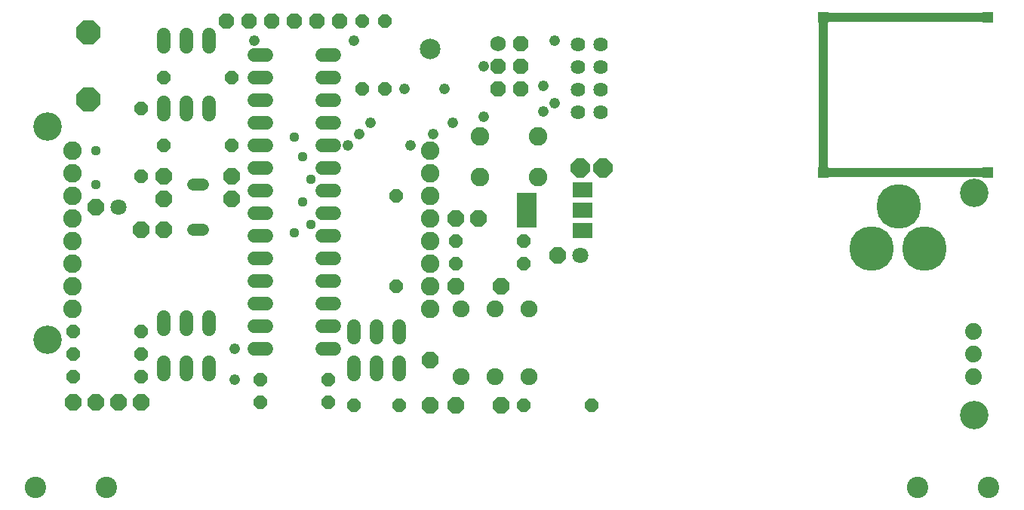
<source format=gbs>
G75*
G70*
%OFA0B0*%
%FSLAX24Y24*%
%IPPOS*%
%LPD*%
%AMOC8*
5,1,8,0,0,1.08239X$1,22.5*
%
%ADD10C,0.0520*%
%ADD11OC8,0.0710*%
%ADD12C,0.0600*%
%ADD13OC8,0.0600*%
%ADD14C,0.0749*%
%ADD15OC8,0.1080*%
%ADD16OC8,0.0840*%
%ADD17C,0.0820*%
%ADD18C,0.1970*%
%ADD19OC8,0.0680*%
%ADD20R,0.0870X0.0670*%
%ADD21R,0.0870X0.1580*%
%ADD22R,0.7283X0.0394*%
%ADD23R,0.0394X0.7283*%
%ADD24C,0.0640*%
%ADD25R,0.0477X0.0477*%
%ADD26C,0.0740*%
%ADD27C,0.0710*%
%ADD28C,0.0946*%
%ADD29C,0.0680*%
%ADD30C,0.0476*%
%ADD31C,0.0437*%
%ADD32C,0.0907*%
%ADD33C,0.1261*%
D10*
X007546Y014034D02*
X007986Y014034D01*
X007986Y016034D02*
X007546Y016034D01*
D11*
X006266Y016409D03*
X006266Y015409D03*
X006266Y014034D03*
X005266Y014034D03*
X003266Y015034D03*
X009266Y015409D03*
X009266Y016409D03*
X019141Y014534D03*
X020141Y014534D03*
X023641Y012909D03*
X021141Y011534D03*
X019141Y011534D03*
X018016Y008284D03*
X018016Y006284D03*
X019141Y006284D03*
X021141Y006284D03*
X005266Y006409D03*
X004266Y006409D03*
X003266Y006409D03*
X002266Y006409D03*
D12*
X006266Y007649D02*
X006266Y008169D01*
X007266Y008169D02*
X007266Y007649D01*
X008266Y007649D02*
X008266Y008169D01*
X010256Y008784D02*
X010776Y008784D01*
X010776Y009784D02*
X010256Y009784D01*
X010256Y010784D02*
X010776Y010784D01*
X010776Y011784D02*
X010256Y011784D01*
X010256Y012784D02*
X010776Y012784D01*
X010776Y013784D02*
X010256Y013784D01*
X010256Y014784D02*
X010776Y014784D01*
X010776Y015784D02*
X010256Y015784D01*
X010256Y016784D02*
X010776Y016784D01*
X010776Y017784D02*
X010256Y017784D01*
X010256Y018784D02*
X010776Y018784D01*
X010776Y019784D02*
X010256Y019784D01*
X010256Y020784D02*
X010776Y020784D01*
X010776Y021784D02*
X010256Y021784D01*
X008266Y022149D02*
X008266Y022669D01*
X007266Y022669D02*
X007266Y022149D01*
X006266Y022149D02*
X006266Y022669D01*
X006266Y019669D02*
X006266Y019149D01*
X007266Y019149D02*
X007266Y019669D01*
X008266Y019669D02*
X008266Y019149D01*
X013256Y018784D02*
X013776Y018784D01*
X013776Y017784D02*
X013256Y017784D01*
X013256Y016784D02*
X013776Y016784D01*
X013776Y015784D02*
X013256Y015784D01*
X013256Y014784D02*
X013776Y014784D01*
X013776Y013784D02*
X013256Y013784D01*
X013256Y012784D02*
X013776Y012784D01*
X013776Y011784D02*
X013256Y011784D01*
X013256Y010784D02*
X013776Y010784D01*
X013776Y009784D02*
X013256Y009784D01*
X014641Y009794D02*
X014641Y009274D01*
X013776Y008784D02*
X013256Y008784D01*
X014641Y008169D02*
X014641Y007649D01*
X015641Y007649D02*
X015641Y008169D01*
X016641Y008169D02*
X016641Y007649D01*
X016641Y009274D02*
X016641Y009794D01*
X015641Y009794D02*
X015641Y009274D01*
X008266Y009649D02*
X008266Y010169D01*
X007266Y010169D02*
X007266Y009649D01*
X006266Y009649D02*
X006266Y010169D01*
X013256Y019784D02*
X013776Y019784D01*
X013776Y020784D02*
X013256Y020784D01*
X013256Y021784D02*
X013776Y021784D01*
D13*
X015016Y020284D03*
X016016Y020284D03*
X016016Y023284D03*
X015016Y023284D03*
X009266Y020784D03*
X006266Y020784D03*
X005266Y019409D03*
X006266Y017784D03*
X005266Y016409D03*
X009266Y017784D03*
X016516Y015534D03*
X019141Y013534D03*
X019141Y012534D03*
X016516Y011534D03*
X022141Y012534D03*
X022141Y013534D03*
X013516Y007409D03*
X013516Y006409D03*
X014641Y006284D03*
X016641Y006284D03*
X022141Y006284D03*
X025141Y006284D03*
X010516Y006409D03*
X010516Y007409D03*
X005266Y007534D03*
X005266Y008534D03*
X005266Y009534D03*
X002266Y009534D03*
X002266Y008534D03*
X002266Y007534D03*
D14*
X019391Y007534D03*
X020891Y007534D03*
X022391Y007534D03*
X022391Y010534D03*
X020891Y010534D03*
X019391Y010534D03*
D15*
X002936Y019816D03*
X002936Y022776D03*
D16*
X024641Y016784D03*
X025641Y016784D03*
D17*
X022796Y016394D03*
X020236Y016394D03*
X018016Y016531D03*
X018016Y017531D03*
X020236Y018174D03*
X022796Y018174D03*
X018016Y015531D03*
X018016Y014531D03*
X018016Y013531D03*
X018016Y012531D03*
X018016Y011531D03*
X018016Y010531D03*
X002236Y010531D03*
X002236Y011531D03*
X002236Y012531D03*
X002236Y013531D03*
X002236Y014531D03*
X002236Y015531D03*
X002236Y016531D03*
X002236Y017531D03*
D18*
X037528Y013219D03*
X039851Y013219D03*
X038709Y015070D03*
D19*
X022016Y020284D03*
X021016Y020284D03*
X021016Y021284D03*
X022016Y021284D03*
X022016Y022284D03*
X014016Y023284D03*
X013016Y023284D03*
X012016Y023284D03*
X011016Y023284D03*
X010016Y023284D03*
X009016Y023284D03*
D20*
X024756Y015799D03*
X024756Y014899D03*
X024756Y013999D03*
D21*
X022276Y014909D03*
D22*
X039217Y016563D03*
X039217Y023453D03*
D23*
X035378Y020008D03*
D24*
X025550Y020261D03*
X024550Y020261D03*
X024550Y021261D03*
X025550Y021261D03*
X025550Y022261D03*
X024550Y022261D03*
X024550Y019261D03*
X025550Y019261D03*
D25*
X035378Y016563D03*
X042662Y016563D03*
X042662Y023453D03*
X035378Y023453D03*
D26*
X042016Y009534D03*
X042016Y008534D03*
X042016Y007534D03*
D27*
X024641Y012909D03*
X004266Y015034D03*
D28*
X000573Y002657D03*
X003723Y002657D03*
X039549Y002657D03*
X042699Y002657D03*
D29*
X021016Y022284D03*
D30*
X020391Y021284D03*
X018641Y020284D03*
X016891Y020284D03*
X015391Y018784D03*
X014891Y018284D03*
X014391Y017784D03*
X017141Y017784D03*
X018141Y018284D03*
X019016Y018784D03*
X020391Y019034D03*
X023016Y019284D03*
X023516Y019659D03*
X023016Y020409D03*
X023516Y022409D03*
X014641Y022409D03*
X010266Y022409D03*
X009391Y008784D03*
X009391Y007409D03*
D31*
X012016Y013909D03*
X012766Y014284D03*
X012391Y015284D03*
X012766Y016284D03*
X012391Y017284D03*
X012017Y018154D03*
X003266Y017534D03*
X003266Y016034D03*
D32*
X018016Y022034D03*
D33*
X001125Y018629D03*
X001125Y009180D03*
X042070Y005834D03*
X042070Y015676D03*
M02*

</source>
